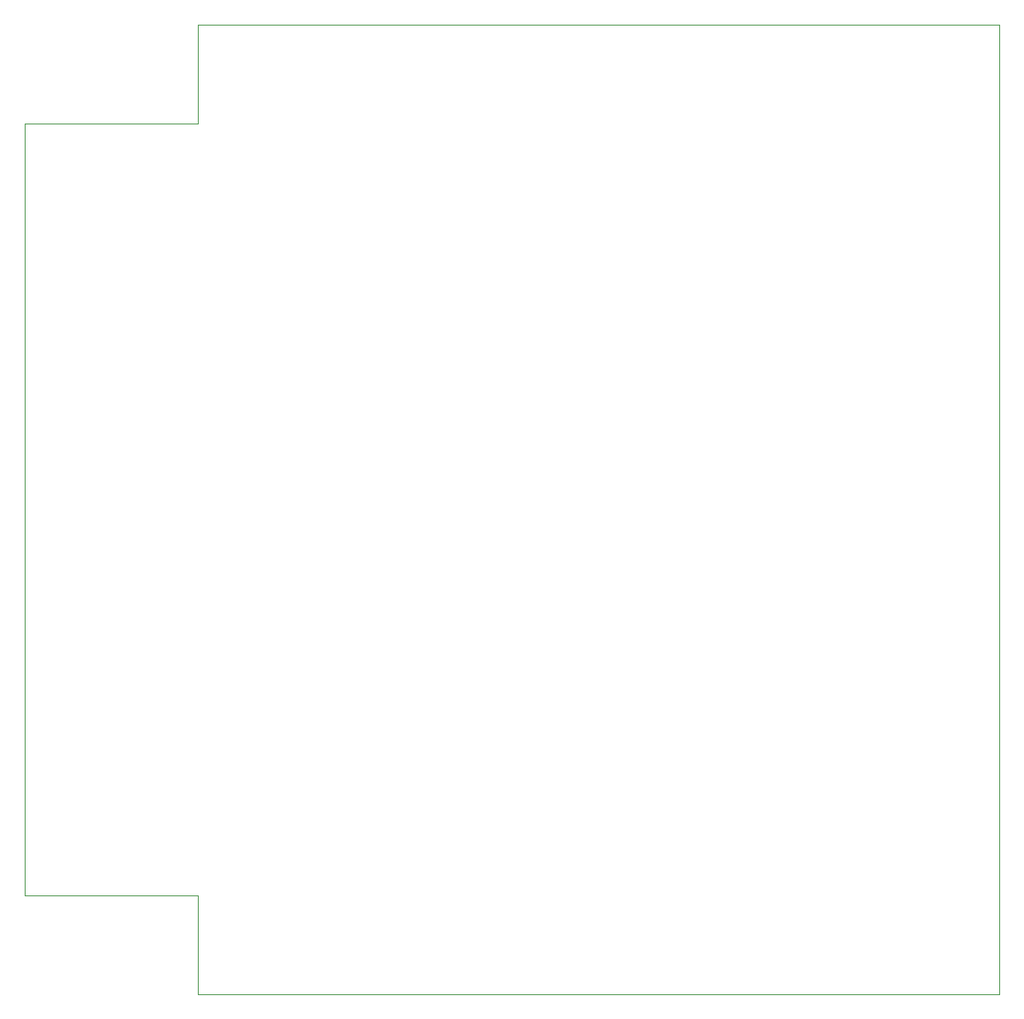
<source format=gbr>
%TF.GenerationSoftware,KiCad,Pcbnew,8.0.0*%
%TF.CreationDate,2024-09-01T00:48:49+03:00*%
%TF.ProjectId,ML605_LPC_Board_wADC_DAC,4d4c3630-355f-44c5-9043-5f426f617264,rev?*%
%TF.SameCoordinates,Original*%
%TF.FileFunction,Profile,NP*%
%FSLAX46Y46*%
G04 Gerber Fmt 4.6, Leading zero omitted, Abs format (unit mm)*
G04 Created by KiCad (PCBNEW 8.0.0) date 2024-09-01 00:48:49*
%MOMM*%
%LPD*%
G01*
G04 APERTURE LIST*
%TA.AperFunction,Profile*%
%ADD10C,0.050800*%
%TD*%
G04 APERTURE END LIST*
D10*
X175076000Y-149365000D02*
X92780000Y-149365000D01*
X92780000Y-139205000D01*
X75000000Y-139205000D01*
X75000000Y-59830000D01*
X92780000Y-59830000D01*
X92780000Y-49670000D01*
X175076000Y-49670000D01*
X175076000Y-149365000D01*
M02*

</source>
